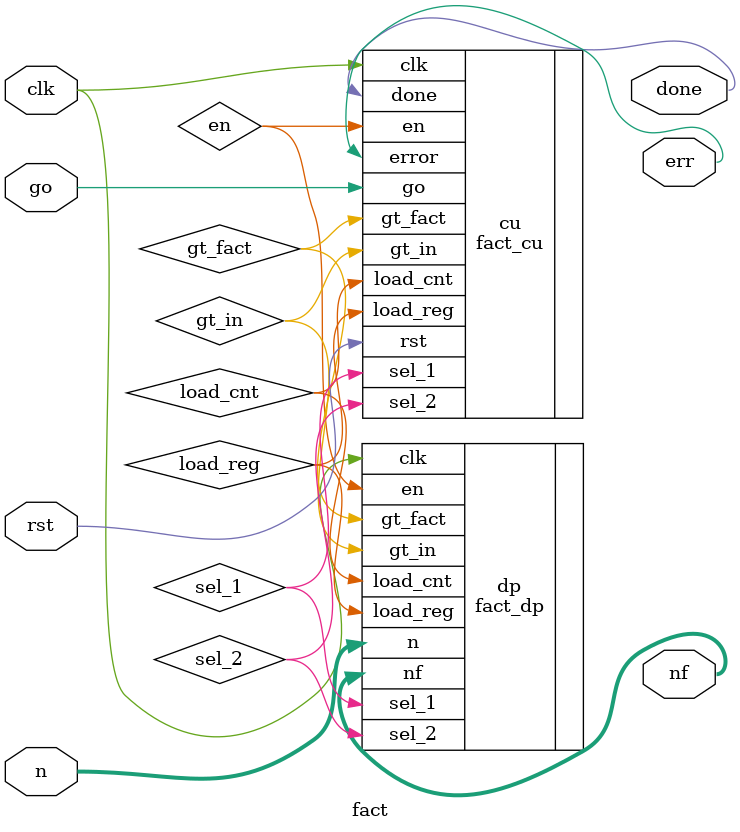
<source format=v>
module fact (
    input clk,
    input rst,
    input [3:0] n,
    input go,

    output done,
    output err,
    output [3:0] nf
);
  wire load_cnt;
  wire en;
  wire sel_1;
  wire load_reg;
  wire sel_2;
  wire gt_in;
  wire gt_fact;

  fact_cu cu (
      .clk(clk),
      .rst(rst),
      .go(go),
      .gt_in(gt_in),
      .gt_fact(gt_fact),
      .load_cnt(load_cnt),
      .en(en),
      .sel_1(sel_1),
      .load_reg(load_reg),
      .sel_2(sel_2),
      .done(done),
      .error(err)
  );

  fact_dp dp (
      .clk(clk),
      .load_cnt(load_cnt),
      .en(en),
      .sel_1(sel_1),
      .load_reg(load_reg),
      .sel_2(sel_2),
      .n(n),
      .gt_in(gt_in),
      .gt_fact(gt_fact),
      .nf(nf)
  );
endmodule

</source>
